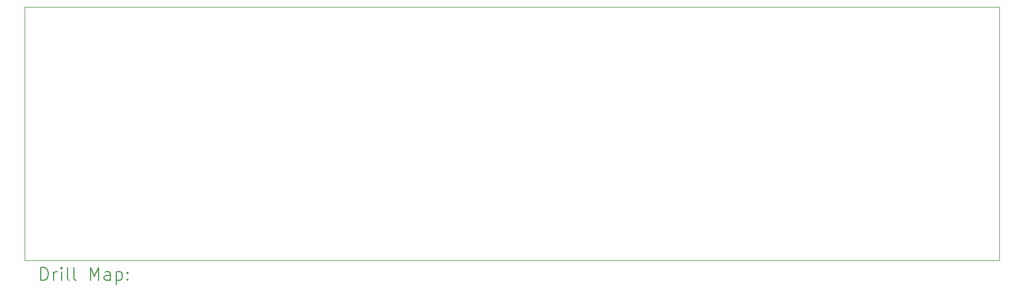
<source format=gbr>
%TF.GenerationSoftware,KiCad,Pcbnew,7.0.10*%
%TF.CreationDate,2024-02-15T20:28:41+01:00*%
%TF.ProjectId,pico_game_console,7069636f-5f67-4616-9d65-5f636f6e736f,rev?*%
%TF.SameCoordinates,Original*%
%TF.FileFunction,Drillmap*%
%TF.FilePolarity,Positive*%
%FSLAX45Y45*%
G04 Gerber Fmt 4.5, Leading zero omitted, Abs format (unit mm)*
G04 Created by KiCad (PCBNEW 7.0.10) date 2024-02-15 20:28:41*
%MOMM*%
%LPD*%
G01*
G04 APERTURE LIST*
%ADD10C,0.100000*%
%ADD11C,0.200000*%
G04 APERTURE END LIST*
D10*
X3800000Y-1700000D02*
X19200000Y-1700000D01*
X19200000Y-5700000D01*
X3800000Y-5700000D01*
X3800000Y-1700000D01*
D11*
X4055777Y-6016484D02*
X4055777Y-5816484D01*
X4055777Y-5816484D02*
X4103396Y-5816484D01*
X4103396Y-5816484D02*
X4131967Y-5826008D01*
X4131967Y-5826008D02*
X4151015Y-5845055D01*
X4151015Y-5845055D02*
X4160539Y-5864103D01*
X4160539Y-5864103D02*
X4170062Y-5902198D01*
X4170062Y-5902198D02*
X4170062Y-5930769D01*
X4170062Y-5930769D02*
X4160539Y-5968865D01*
X4160539Y-5968865D02*
X4151015Y-5987912D01*
X4151015Y-5987912D02*
X4131967Y-6006960D01*
X4131967Y-6006960D02*
X4103396Y-6016484D01*
X4103396Y-6016484D02*
X4055777Y-6016484D01*
X4255777Y-6016484D02*
X4255777Y-5883150D01*
X4255777Y-5921246D02*
X4265301Y-5902198D01*
X4265301Y-5902198D02*
X4274824Y-5892674D01*
X4274824Y-5892674D02*
X4293872Y-5883150D01*
X4293872Y-5883150D02*
X4312920Y-5883150D01*
X4379586Y-6016484D02*
X4379586Y-5883150D01*
X4379586Y-5816484D02*
X4370063Y-5826008D01*
X4370063Y-5826008D02*
X4379586Y-5835531D01*
X4379586Y-5835531D02*
X4389110Y-5826008D01*
X4389110Y-5826008D02*
X4379586Y-5816484D01*
X4379586Y-5816484D02*
X4379586Y-5835531D01*
X4503396Y-6016484D02*
X4484348Y-6006960D01*
X4484348Y-6006960D02*
X4474824Y-5987912D01*
X4474824Y-5987912D02*
X4474824Y-5816484D01*
X4608158Y-6016484D02*
X4589110Y-6006960D01*
X4589110Y-6006960D02*
X4579586Y-5987912D01*
X4579586Y-5987912D02*
X4579586Y-5816484D01*
X4836729Y-6016484D02*
X4836729Y-5816484D01*
X4836729Y-5816484D02*
X4903396Y-5959341D01*
X4903396Y-5959341D02*
X4970063Y-5816484D01*
X4970063Y-5816484D02*
X4970063Y-6016484D01*
X5151015Y-6016484D02*
X5151015Y-5911722D01*
X5151015Y-5911722D02*
X5141491Y-5892674D01*
X5141491Y-5892674D02*
X5122444Y-5883150D01*
X5122444Y-5883150D02*
X5084348Y-5883150D01*
X5084348Y-5883150D02*
X5065301Y-5892674D01*
X5151015Y-6006960D02*
X5131967Y-6016484D01*
X5131967Y-6016484D02*
X5084348Y-6016484D01*
X5084348Y-6016484D02*
X5065301Y-6006960D01*
X5065301Y-6006960D02*
X5055777Y-5987912D01*
X5055777Y-5987912D02*
X5055777Y-5968865D01*
X5055777Y-5968865D02*
X5065301Y-5949817D01*
X5065301Y-5949817D02*
X5084348Y-5940293D01*
X5084348Y-5940293D02*
X5131967Y-5940293D01*
X5131967Y-5940293D02*
X5151015Y-5930769D01*
X5246253Y-5883150D02*
X5246253Y-6083150D01*
X5246253Y-5892674D02*
X5265301Y-5883150D01*
X5265301Y-5883150D02*
X5303396Y-5883150D01*
X5303396Y-5883150D02*
X5322444Y-5892674D01*
X5322444Y-5892674D02*
X5331967Y-5902198D01*
X5331967Y-5902198D02*
X5341491Y-5921246D01*
X5341491Y-5921246D02*
X5341491Y-5978388D01*
X5341491Y-5978388D02*
X5331967Y-5997436D01*
X5331967Y-5997436D02*
X5322444Y-6006960D01*
X5322444Y-6006960D02*
X5303396Y-6016484D01*
X5303396Y-6016484D02*
X5265301Y-6016484D01*
X5265301Y-6016484D02*
X5246253Y-6006960D01*
X5427205Y-5997436D02*
X5436729Y-6006960D01*
X5436729Y-6006960D02*
X5427205Y-6016484D01*
X5427205Y-6016484D02*
X5417682Y-6006960D01*
X5417682Y-6006960D02*
X5427205Y-5997436D01*
X5427205Y-5997436D02*
X5427205Y-6016484D01*
X5427205Y-5892674D02*
X5436729Y-5902198D01*
X5436729Y-5902198D02*
X5427205Y-5911722D01*
X5427205Y-5911722D02*
X5417682Y-5902198D01*
X5417682Y-5902198D02*
X5427205Y-5892674D01*
X5427205Y-5892674D02*
X5427205Y-5911722D01*
M02*

</source>
